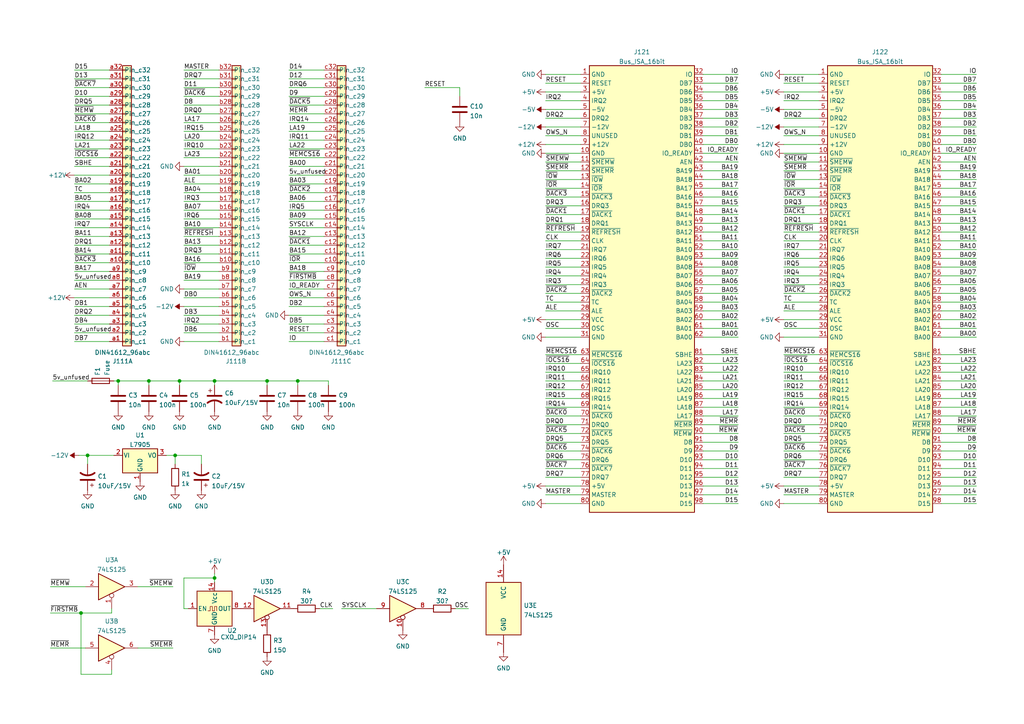
<source format=kicad_sch>
(kicad_sch (version 20211123) (generator eeschema)
  (paper "A4")
  (junction (at 25.4 132.08))
  (junction (at 52.07 110.49))
  (junction (at 62.23 167.64))
  (junction (at 50.8 132.08))
  (junction (at 77.47 110.49))
  (junction (at 34.29 110.49))
  (junction (at 86.36 110.49))
  (junction (at 23.495 177.8))
  (junction (at 62.23 110.49))
  (junction (at 43.18 110.49))
  (wire (pts (xy 53.34 53.34) (xy 63.5 53.34)))
  (wire (pts (xy 83.82 91.44) (xy 93.98 91.44)))
  (wire (pts (xy 83.82 25.4) (xy 93.98 25.4)))
  (wire (pts (xy 133.35 25.4) (xy 133.35 27.94)))
  (wire (pts (xy 273.05 29.21) (xy 283.21 29.21)))
  (wire (pts (xy 62.23 167.64) (xy 53.34 167.64)))
  (wire (pts (xy 53.34 99.06) (xy 63.5 99.06)))
  (wire (pts (xy 63.5 96.52) (xy 53.34 96.52)))
  (wire (pts (xy 158.242 87.63) (xy 168.402 87.63)))
  (wire (pts (xy 53.34 30.48) (xy 63.5 30.48)))
  (wire (pts (xy 93.98 45.72) (xy 83.82 45.72)))
  (wire (pts (xy 25.4 132.08) (xy 25.4 134.62)))
  (wire (pts (xy 158.242 110.49) (xy 168.402 110.49)))
  (wire (pts (xy 31.75 58.42) (xy 21.59 58.42)))
  (wire (pts (xy 93.98 99.06) (xy 83.82 99.06)))
  (wire (pts (xy 273.05 57.15) (xy 283.21 57.15)))
  (wire (pts (xy 21.59 68.58) (xy 31.75 68.58)))
  (wire (pts (xy 31.75 83.82) (xy 21.59 83.82)))
  (wire (pts (xy 273.05 26.67) (xy 283.21 26.67)))
  (wire (pts (xy 203.962 49.53) (xy 214.122 49.53)))
  (wire (pts (xy 227.33 95.25) (xy 237.49 95.25)))
  (wire (pts (xy 83.82 22.86) (xy 93.98 22.86)))
  (wire (pts (xy 158.242 143.51) (xy 168.402 143.51)))
  (wire (pts (xy 158.242 46.99) (xy 168.402 46.99)))
  (wire (pts (xy 203.962 29.21) (xy 214.122 29.21)))
  (wire (pts (xy 227.33 46.99) (xy 237.49 46.99)))
  (wire (pts (xy 83.82 73.66) (xy 93.98 73.66)))
  (wire (pts (xy 227.33 90.17) (xy 237.49 90.17)))
  (wire (pts (xy 62.23 110.49) (xy 77.47 110.49)))
  (wire (pts (xy 31.75 81.28) (xy 21.59 81.28)))
  (wire (pts (xy 53.34 38.1) (xy 63.5 38.1)))
  (wire (pts (xy 273.05 133.35) (xy 283.21 133.35)))
  (wire (pts (xy 203.962 24.13) (xy 214.122 24.13)))
  (wire (pts (xy 31.75 50.8) (xy 21.59 50.8)))
  (wire (pts (xy 227.33 140.97) (xy 237.49 140.97)))
  (wire (pts (xy 43.18 111.76) (xy 43.18 110.49)))
  (wire (pts (xy 158.242 29.21) (xy 168.402 29.21)))
  (wire (pts (xy 227.33 102.87) (xy 237.49 102.87)))
  (wire (pts (xy 227.33 105.41) (xy 237.49 105.41)))
  (wire (pts (xy 273.05 62.23) (xy 283.21 62.23)))
  (wire (pts (xy 203.962 138.43) (xy 214.122 138.43)))
  (wire (pts (xy 93.98 71.12) (xy 83.82 71.12)))
  (wire (pts (xy 203.962 21.59) (xy 214.122 21.59)))
  (wire (pts (xy 99.06 176.53) (xy 109.22 176.53)))
  (wire (pts (xy 22.86 132.08) (xy 25.4 132.08)))
  (wire (pts (xy 23.495 177.8) (xy 32.385 177.8)))
  (wire (pts (xy 273.05 74.93) (xy 283.21 74.93)))
  (wire (pts (xy 93.98 43.18) (xy 83.82 43.18)))
  (wire (pts (xy 53.34 167.64) (xy 53.34 176.53)))
  (wire (pts (xy 273.05 44.45) (xy 283.21 44.45)))
  (wire (pts (xy 43.18 110.49) (xy 34.29 110.49)))
  (wire (pts (xy 83.82 20.32) (xy 93.98 20.32)))
  (wire (pts (xy 203.962 115.57) (xy 214.122 115.57)))
  (wire (pts (xy 63.5 48.26) (xy 53.34 48.26)))
  (wire (pts (xy 158.242 52.07) (xy 168.402 52.07)))
  (wire (pts (xy 227.33 74.93) (xy 237.49 74.93)))
  (wire (pts (xy 227.33 26.67) (xy 237.49 26.67)))
  (wire (pts (xy 158.242 41.91) (xy 168.402 41.91)))
  (wire (pts (xy 273.05 69.85) (xy 283.21 69.85)))
  (wire (pts (xy 58.42 132.08) (xy 58.42 134.62)))
  (wire (pts (xy 158.242 49.53) (xy 168.402 49.53)))
  (wire (pts (xy 227.33 80.01) (xy 237.49 80.01)))
  (wire (pts (xy 50.165 187.96) (xy 40.005 187.96)))
  (wire (pts (xy 83.82 88.9) (xy 93.98 88.9)))
  (wire (pts (xy 158.242 92.71) (xy 168.402 92.71)))
  (wire (pts (xy 158.242 95.25) (xy 168.402 95.25)))
  (wire (pts (xy 227.33 44.45) (xy 237.49 44.45)))
  (wire (pts (xy 273.05 113.03) (xy 283.21 113.03)))
  (wire (pts (xy 93.98 66.04) (xy 83.82 66.04)))
  (wire (pts (xy 273.05 31.75) (xy 283.21 31.75)))
  (wire (pts (xy 158.242 107.95) (xy 168.402 107.95)))
  (wire (pts (xy 31.75 38.1) (xy 21.59 38.1)))
  (wire (pts (xy 273.05 59.69) (xy 283.21 59.69)))
  (wire (pts (xy 32.385 195.58) (xy 23.495 195.58)))
  (wire (pts (xy 34.29 110.49) (xy 34.29 111.76)))
  (wire (pts (xy 53.34 78.74) (xy 63.5 78.74)))
  (wire (pts (xy 93.98 48.26) (xy 83.82 48.26)))
  (wire (pts (xy 31.75 60.96) (xy 21.59 60.96)))
  (wire (pts (xy 227.33 123.19) (xy 237.49 123.19)))
  (wire (pts (xy 273.05 110.49) (xy 283.21 110.49)))
  (wire (pts (xy 203.962 125.73) (xy 214.122 125.73)))
  (wire (pts (xy 93.98 40.64) (xy 83.82 40.64)))
  (wire (pts (xy 227.33 146.05) (xy 237.49 146.05)))
  (wire (pts (xy 203.962 59.69) (xy 214.122 59.69)))
  (wire (pts (xy 203.962 62.23) (xy 214.122 62.23)))
  (wire (pts (xy 158.242 39.37) (xy 168.402 39.37)))
  (wire (pts (xy 227.33 87.63) (xy 237.49 87.63)))
  (wire (pts (xy 53.34 93.98) (xy 63.5 93.98)))
  (wire (pts (xy 95.25 111.76) (xy 95.25 110.49)))
  (wire (pts (xy 158.242 64.77) (xy 168.402 64.77)))
  (wire (pts (xy 273.05 36.83) (xy 283.21 36.83)))
  (wire (pts (xy 203.962 133.35) (xy 214.122 133.35)))
  (wire (pts (xy 227.33 69.85) (xy 237.49 69.85)))
  (wire (pts (xy 83.82 38.1) (xy 93.98 38.1)))
  (wire (pts (xy 203.962 41.91) (xy 214.122 41.91)))
  (wire (pts (xy 203.962 80.01) (xy 214.122 80.01)))
  (wire (pts (xy 203.962 46.99) (xy 214.122 46.99)))
  (wire (pts (xy 227.33 82.55) (xy 237.49 82.55)))
  (wire (pts (xy 31.75 27.94) (xy 21.59 27.94)))
  (wire (pts (xy 53.34 20.32) (xy 63.5 20.32)))
  (wire (pts (xy 203.962 85.09) (xy 214.122 85.09)))
  (wire (pts (xy 63.5 40.64) (xy 53.34 40.64)))
  (wire (pts (xy 227.33 34.29) (xy 237.49 34.29)))
  (wire (pts (xy 203.962 110.49) (xy 214.122 110.49)))
  (wire (pts (xy 227.33 115.57) (xy 237.49 115.57)))
  (wire (pts (xy 227.33 57.15) (xy 237.49 57.15)))
  (wire (pts (xy 273.05 115.57) (xy 283.21 115.57)))
  (wire (pts (xy 53.34 176.53) (xy 54.61 176.53)))
  (wire (pts (xy 132.08 176.53) (xy 135.89 176.53)))
  (wire (pts (xy 227.33 92.71) (xy 237.49 92.71)))
  (wire (pts (xy 273.05 39.37) (xy 283.21 39.37)))
  (wire (pts (xy 32.385 194.31) (xy 32.385 195.58)))
  (wire (pts (xy 273.05 123.19) (xy 283.21 123.19)))
  (wire (pts (xy 203.962 107.95) (xy 214.122 107.95)))
  (wire (pts (xy 273.05 34.29) (xy 283.21 34.29)))
  (wire (pts (xy 273.05 140.97) (xy 283.21 140.97)))
  (wire (pts (xy 158.242 105.41) (xy 168.402 105.41)))
  (wire (pts (xy 273.05 97.79) (xy 283.21 97.79)))
  (wire (pts (xy 273.05 138.43) (xy 283.21 138.43)))
  (wire (pts (xy 273.05 95.25) (xy 283.21 95.25)))
  (wire (pts (xy 273.05 64.77) (xy 283.21 64.77)))
  (wire (pts (xy 203.962 69.85) (xy 214.122 69.85)))
  (wire (pts (xy 158.242 133.35) (xy 168.402 133.35)))
  (wire (pts (xy 273.05 82.55) (xy 283.21 82.55)))
  (wire (pts (xy 15.24 110.49) (xy 25.4 110.49)))
  (wire (pts (xy 31.75 53.34) (xy 21.59 53.34)))
  (wire (pts (xy 31.75 48.26) (xy 21.59 48.26)))
  (wire (pts (xy 273.05 90.17) (xy 283.21 90.17)))
  (wire (pts (xy 83.82 53.34) (xy 93.98 53.34)))
  (wire (pts (xy 63.5 33.02) (xy 53.34 33.02)))
  (wire (pts (xy 158.242 146.05) (xy 168.402 146.05)))
  (wire (pts (xy 53.34 73.66) (xy 63.5 73.66)))
  (wire (pts (xy 203.962 135.89) (xy 214.122 135.89)))
  (wire (pts (xy 158.242 123.19) (xy 168.402 123.19)))
  (wire (pts (xy 273.05 52.07) (xy 283.21 52.07)))
  (wire (pts (xy 158.242 36.83) (xy 168.402 36.83)))
  (wire (pts (xy 273.05 46.99) (xy 283.21 46.99)))
  (wire (pts (xy 53.34 86.36) (xy 63.5 86.36)))
  (wire (pts (xy 77.47 111.76) (xy 77.47 110.49)))
  (wire (pts (xy 158.242 85.09) (xy 168.402 85.09)))
  (wire (pts (xy 63.5 45.72) (xy 53.34 45.72)))
  (wire (pts (xy 273.05 143.51) (xy 283.21 143.51)))
  (wire (pts (xy 203.962 54.61) (xy 214.122 54.61)))
  (wire (pts (xy 93.98 96.52) (xy 83.82 96.52)))
  (wire (pts (xy 203.962 140.97) (xy 214.122 140.97)))
  (wire (pts (xy 31.75 30.48) (xy 21.59 30.48)))
  (wire (pts (xy 83.82 35.56) (xy 93.98 35.56)))
  (wire (pts (xy 158.242 57.15) (xy 168.402 57.15)))
  (wire (pts (xy 21.59 71.12) (xy 31.75 71.12)))
  (wire (pts (xy 203.962 52.07) (xy 214.122 52.07)))
  (wire (pts (xy 92.71 176.53) (xy 96.52 176.53)))
  (wire (pts (xy 203.962 64.77) (xy 214.122 64.77)))
  (wire (pts (xy 203.962 97.79) (xy 214.122 97.79)))
  (wire (pts (xy 227.33 135.89) (xy 237.49 135.89)))
  (wire (pts (xy 203.962 39.37) (xy 214.122 39.37)))
  (wire (pts (xy 273.05 41.91) (xy 283.21 41.91)))
  (wire (pts (xy 158.242 24.13) (xy 168.402 24.13)))
  (wire (pts (xy 158.242 138.43) (xy 168.402 138.43)))
  (wire (pts (xy 158.242 72.39) (xy 168.402 72.39)))
  (wire (pts (xy 273.05 125.73) (xy 283.21 125.73)))
  (wire (pts (xy 21.59 91.44) (xy 31.75 91.44)))
  (wire (pts (xy 203.962 105.41) (xy 214.122 105.41)))
  (wire (pts (xy 50.8 132.08) (xy 50.8 134.62)))
  (wire (pts (xy 83.82 30.48) (xy 93.98 30.48)))
  (wire (pts (xy 227.33 130.81) (xy 237.49 130.81)))
  (wire (pts (xy 21.59 45.72) (xy 31.75 45.72)))
  (wire (pts (xy 203.962 120.65) (xy 214.122 120.65)))
  (wire (pts (xy 158.242 69.85) (xy 168.402 69.85)))
  (wire (pts (xy 273.05 92.71) (xy 283.21 92.71)))
  (wire (pts (xy 63.5 63.5) (xy 53.34 63.5)))
  (wire (pts (xy 50.165 170.18) (xy 40.005 170.18)))
  (wire (pts (xy 273.05 24.13) (xy 283.21 24.13)))
  (wire (pts (xy 21.59 73.66) (xy 31.75 73.66)))
  (wire (pts (xy 62.23 167.64) (xy 62.23 168.91)))
  (wire (pts (xy 21.59 93.98) (xy 31.75 93.98)))
  (wire (pts (xy 53.34 25.4) (xy 63.5 25.4)))
  (wire (pts (xy 203.962 143.51) (xy 214.122 143.51)))
  (wire (pts (xy 158.242 59.69) (xy 168.402 59.69)))
  (wire (pts (xy 158.242 82.55) (xy 168.402 82.55)))
  (wire (pts (xy 227.33 39.37) (xy 237.49 39.37)))
  (wire (pts (xy 273.05 54.61) (xy 283.21 54.61)))
  (wire (pts (xy 63.5 83.82) (xy 53.34 83.82)))
  (wire (pts (xy 158.242 80.01) (xy 168.402 80.01)))
  (wire (pts (xy 31.75 35.56) (xy 21.59 35.56)))
  (wire (pts (xy 31.75 66.04) (xy 21.59 66.04)))
  (wire (pts (xy 227.33 110.49) (xy 237.49 110.49)))
  (wire (pts (xy 31.75 55.88) (xy 21.59 55.88)))
  (wire (pts (xy 63.5 58.42) (xy 53.34 58.42)))
  (wire (pts (xy 158.242 97.79) (xy 168.402 97.79)))
  (wire (pts (xy 158.242 54.61) (xy 168.402 54.61)))
  (wire (pts (xy 21.59 86.36) (xy 31.75 86.36)))
  (wire (pts (xy 158.242 128.27) (xy 168.402 128.27)))
  (wire (pts (xy 227.33 64.77) (xy 237.49 64.77)))
  (wire (pts (xy 25.4 132.08) (xy 33.02 132.08)))
  (wire (pts (xy 273.05 135.89) (xy 283.21 135.89)))
  (wire (pts (xy 203.962 77.47) (xy 214.122 77.47)))
  (wire (pts (xy 14.605 170.18) (xy 24.765 170.18)))
  (wire (pts (xy 227.33 72.39) (xy 237.49 72.39)))
  (wire (pts (xy 203.962 36.83) (xy 214.122 36.83)))
  (wire (pts (xy 158.242 125.73) (xy 168.402 125.73)))
  (wire (pts (xy 227.33 113.03) (xy 237.49 113.03)))
  (wire (pts (xy 273.05 21.59) (xy 283.21 21.59)))
  (wire (pts (xy 203.962 102.87) (xy 214.122 102.87)))
  (wire (pts (xy 158.242 130.81) (xy 168.402 130.81)))
  (wire (pts (xy 63.5 43.18) (xy 53.34 43.18)))
  (wire (pts (xy 83.82 78.74) (xy 93.98 78.74)))
  (wire (pts (xy 21.59 76.2) (xy 31.75 76.2)))
  (wire (pts (xy 203.962 26.67) (xy 214.122 26.67)))
  (wire (pts (xy 62.23 111.76) (xy 62.23 110.49)))
  (wire (pts (xy 93.98 63.5) (xy 83.82 63.5)))
  (wire (pts (xy 227.33 120.65) (xy 237.49 120.65)))
  (wire (pts (xy 83.82 27.94) (xy 93.98 27.94)))
  (wire (pts (xy 31.75 78.74) (xy 21.59 78.74)))
  (wire (pts (xy 227.33 97.79) (xy 237.49 97.79)))
  (wire (pts (xy 158.242 34.29) (xy 168.402 34.29)))
  (wire (pts (xy 53.34 35.56) (xy 63.5 35.56)))
  (wire (pts (xy 158.242 120.65) (xy 168.402 120.65)))
  (wire (pts (xy 32.385 176.53) (xy 32.385 177.8)))
  (wire (pts (xy 227.33 107.95) (xy 237.49 107.95)))
  (wire (pts (xy 273.05 107.95) (xy 283.21 107.95)))
  (wire (pts (xy 273.05 120.65) (xy 283.21 120.65)))
  (wire (pts (xy 227.33 29.21) (xy 237.49 29.21)))
  (wire (pts (xy 273.05 77.47) (xy 283.21 77.47)))
  (wire (pts (xy 53.34 81.28) (xy 63.5 81.28)))
  (wire (pts (xy 31.75 63.5) (xy 21.59 63.5)))
  (wire (pts (xy 21.59 96.52) (xy 31.75 96.52)))
  (wire (pts (xy 227.33 125.73) (xy 237.49 125.73)))
  (wire (pts (xy 227.33 49.53) (xy 237.49 49.53)))
  (wire (pts (xy 62.23 166.37) (xy 62.23 167.64)))
  (wire (pts (xy 53.34 60.96) (xy 63.5 60.96)))
  (wire (pts (xy 273.05 85.09) (xy 283.21 85.09)))
  (wire (pts (xy 273.05 118.11) (xy 283.21 118.11)))
  (wire (pts (xy 158.242 62.23) (xy 168.402 62.23)))
  (wire (pts (xy 52.07 110.49) (xy 43.18 110.49)))
  (wire (pts (xy 53.34 68.58) (xy 63.5 68.58)))
  (wire (pts (xy 31.75 22.86) (xy 21.59 22.86)))
  (wire (pts (xy 203.962 113.03) (xy 214.122 113.03)))
  (wire (pts (xy 53.34 27.94) (xy 63.5 27.94)))
  (wire (pts (xy 158.242 74.93) (xy 168.402 74.93)))
  (wire (pts (xy 203.962 44.45) (xy 214.122 44.45)))
  (wire (pts (xy 158.242 67.31) (xy 168.402 67.31)))
  (wire (pts (xy 273.05 72.39) (xy 283.21 72.39)))
  (wire (pts (xy 83.82 86.36) (xy 93.98 86.36)))
  (wire (pts (xy 31.75 33.02) (xy 21.59 33.02)))
  (wire (pts (xy 52.07 111.76) (xy 52.07 110.49)))
  (wire (pts (xy 23.495 177.8) (xy 23.495 195.58)))
  (wire (pts (xy 158.242 115.57) (xy 168.402 115.57)))
  (wire (pts (xy 273.05 146.05) (xy 283.21 146.05)))
  (wire (pts (xy 62.23 110.49) (xy 52.07 110.49)))
  (wire (pts (xy 83.82 55.88) (xy 93.98 55.88)))
  (wire (pts (xy 31.75 25.4) (xy 21.59 25.4)))
  (wire (pts (xy 158.242 113.03) (xy 168.402 113.03)))
  (wire (pts (xy 14.605 187.96) (xy 24.765 187.96)))
  (wire (pts (xy 48.26 132.08) (xy 50.8 132.08)))
  (wire (pts (xy 158.242 135.89) (xy 168.402 135.89)))
  (wire (pts (xy 53.34 50.8) (xy 63.5 50.8)))
  (wire (pts (xy 63.5 71.12) (xy 53.34 71.12)))
  (wire (pts (xy 83.82 50.8) (xy 93.98 50.8)))
  (wire (pts (xy 158.242 26.67) (xy 168.402 26.67)))
  (wire (pts (xy 63.5 76.2) (xy 53.34 76.2)))
  (wire (pts (xy 31.75 43.18) (xy 21.59 43.18)))
  (wire (pts (xy 83.82 60.96) (xy 93.98 60.96)))
  (wire (pts (xy 93.98 76.2) (xy 83.82 76.2)))
  (wire (pts (xy 203.962 57.15) (xy 214.122 57.15)))
  (wire (pts (xy 31.75 40.64) (xy 21.59 40.64)))
  (wire (pts (xy 227.33 54.61) (xy 237.49 54.61)))
  (wire (pts (xy 86.36 110.49) (xy 77.47 110.49)))
  (wire (pts (xy 158.242 44.45) (xy 168.402 44.45)))
  (wire (pts (xy 83.82 81.28) (xy 93.98 81.28)))
  (wire (pts (xy 31.75 99.06) (xy 21.59 99.06)))
  (wire (pts (xy 203.962 67.31) (xy 214.122 67.31)))
  (wire (pts (xy 227.33 67.31) (xy 237.49 67.31)))
  (wire (pts (xy 227.33 24.13) (xy 237.49 24.13)))
  (wire (pts (xy 203.962 146.05) (xy 214.122 146.05)))
  (wire (pts (xy 123.19 25.4) (xy 133.35 25.4)))
  (wire (pts (xy 83.82 68.58) (xy 93.98 68.58)))
  (wire (pts (xy 53.34 55.88) (xy 63.5 55.88)))
  (wire (pts (xy 273.05 87.63) (xy 283.21 87.63)))
  (wire (pts (xy 227.33 85.09) (xy 237.49 85.09)))
  (wire (pts (xy 83.82 93.98) (xy 93.98 93.98)))
  (wire (pts (xy 227.33 128.27) (xy 237.49 128.27)))
  (wire (pts (xy 203.962 90.17) (xy 214.122 90.17)))
  (wire (pts (xy 158.242 31.75) (xy 168.402 31.75)))
  (wire (pts (xy 203.962 128.27) (xy 214.122 128.27)))
  (wire (pts (xy 31.75 88.9) (xy 21.59 88.9)))
  (wire (pts (xy 273.05 130.81) (xy 283.21 130.81)))
  (wire (pts (xy 203.962 34.29) (xy 214.122 34.29)))
  (wire (pts (xy 227.33 41.91) (xy 237.49 41.91)))
  (wire (pts (xy 227.33 118.11) (xy 237.49 118.11)))
  (wire (pts (xy 203.962 87.63) (xy 214.122 87.63)))
  (wire (pts (xy 63.5 66.04) (xy 53.34 66.04)))
  (wire (pts (xy 158.242 90.17) (xy 168.402 90.17)))
  (wire (pts (xy 33.02 110.49) (xy 34.29 110.49)))
  (wire (pts (xy 227.33 36.83) (xy 237.49 36.83)))
  (wire (pts (xy 203.962 82.55) (xy 214.122 82.55)))
  (wire (pts (xy 53.34 91.44) (xy 63.5 91.44)))
  (wire (pts (xy 273.05 80.01) (xy 283.21 80.01)))
  (wire (pts (xy 273.05 49.53) (xy 283.21 49.53)))
  (wire (pts (xy 203.962 130.81) (xy 214.122 130.81)))
  (wire (pts (xy 227.33 62.23) (xy 237.49 62.23)))
  (wire (pts (xy 93.98 58.42) (xy 83.82 58.42)))
  (wire (pts (xy 227.33 52.07) (xy 237.49 52.07)))
  (wire (pts (xy 227.33 138.43) (xy 237.49 138.43)))
  (wire (pts (xy 273.05 102.87) (xy 283.21 102.87)))
  (wire (pts (xy 227.33 59.69) (xy 237.49 59.69)))
  (wire (pts (xy 203.962 92.71) (xy 214.122 92.71)))
  (wire (pts (xy 158.242 102.87) (xy 168.402 102.87)))
  (wire (pts (xy 53.34 22.86) (xy 63.5 22.86)))
  (wire (pts (xy 158.242 21.59) (xy 168.402 21.59)))
  (wire (pts (xy 273.05 105.41) (xy 283.21 105.41)))
  (wire (pts (xy 227.33 133.35) (xy 237.49 133.35)))
  (wire (pts (xy 86.36 111.76) (xy 86.36 110.49)))
  (wire (pts (xy 158.242 140.97) (xy 168.402 140.97)))
  (wire (pts (xy 53.34 88.9) (xy 63.5 88.9)))
  (wire (pts (xy 93.98 33.02) (xy 83.82 33.02)))
  (wire (pts (xy 227.33 143.51) (xy 237.49 143.51)))
  (wire (pts (xy 203.962 74.93) (xy 214.122 74.93)))
  (wire (pts (xy 203.962 31.75) (xy 214.122 31.75)))
  (wire (pts (xy 227.33 31.75) (xy 237.49 31.75)))
  (wire (pts (xy 227.33 77.47) (xy 237.49 77.47)))
  (wire (pts (xy 158.242 77.47) (xy 168.402 77.47)))
  (wire (pts (xy 14.605 177.8) (xy 23.495 177.8)))
  (wire (pts (xy 203.962 118.11) (xy 214.122 118.11)))
  (wire (pts (xy 31.75 20.32) (xy 21.59 20.32)))
  (wire (pts (xy 95.25 110.49) (xy 86.36 110.49)))
  (wire (pts (xy 273.05 67.31) (xy 283.21 67.31)))
  (wire (pts (xy 203.962 95.25) (xy 214.122 95.25)))
  (wire (pts (xy 273.05 128.27) (xy 283.21 128.27)))
  (wire (pts (xy 203.962 123.19) (xy 214.122 123.19)))
  (wire (pts (xy 50.8 132.08) (xy 58.42 132.08)))
  (wire (pts (xy 227.33 21.59) (xy 237.49 21.59)))
  (wire (pts (xy 158.242 118.11) (xy 168.402 118.11)))
  (wire (pts (xy 203.962 72.39) (xy 214.122 72.39)))
  (wire (pts (xy 93.98 83.82) (xy 83.82 83.82)))
  (label "BA04" (at 214.122 87.63 180))
  (label "RESET" (at 158.242 24.13 0))
  (label "BA00" (at 83.82 48.26 0))
  (label "DB4" (at 21.59 93.98 0))
  (label "D14" (at 214.122 143.51 180))
  (label "~{SMEMR}" (at 227.33 49.53 0))
  (label "~{MEMR}" (at 14.605 187.96 0))
  (label "BA06" (at 214.122 82.55 180))
  (label "DRQ6" (at 158.242 133.35 0))
  (label "IRQ5" (at 158.242 77.47 0))
  (label "D12" (at 214.122 138.43 180))
  (label "BA18" (at 83.82 78.74 0))
  (label "IRQ7" (at 21.59 66.04 0))
  (label "IRQ11" (at 227.33 110.49 0))
  (label "DRQ7" (at 227.33 138.43 0))
  (label "ALE" (at 227.33 90.17 0))
  (label "~{FIRSTMB}" (at 83.82 81.28 0))
  (label "BA13" (at 53.34 71.12 0))
  (label "DRQ0" (at 53.34 33.02 0))
  (label "BA05" (at 214.122 85.09 180))
  (label "LA23" (at 214.122 105.41 180))
  (label "IRQ7" (at 158.242 72.39 0))
  (label "LA21" (at 21.59 43.18 0))
  (label "BA11" (at 214.122 69.85 180))
  (label "BA10" (at 53.34 66.04 0))
  (label "OWS_N" (at 227.33 39.37 0))
  (label "~{DACK2}" (at 158.242 85.09 0))
  (label "DRQ2" (at 227.33 34.29 0))
  (label "~{SMEMW}" (at 50.165 170.18 180))
  (label "D14" (at 283.21 143.51 180))
  (label "BA04" (at 283.21 87.63 180))
  (label "BA12" (at 214.122 67.31 180))
  (label "~{DACK7}" (at 21.59 25.4 0))
  (label "IRQ6" (at 53.34 63.5 0))
  (label "DB0" (at 283.21 41.91 180))
  (label "BA15" (at 283.21 59.69 180))
  (label "5v_unfused" (at 15.24 110.49 0))
  (label "DRQ0" (at 227.33 123.19 0))
  (label "BA06" (at 283.21 82.55 180))
  (label "~{MEMW}" (at 214.122 125.73 180))
  (label "BA04" (at 53.34 55.88 0))
  (label "BA17" (at 21.59 78.74 0))
  (label "DB7" (at 283.21 24.13 180))
  (label "LA18" (at 21.59 38.1 0))
  (label "IO" (at 83.82 99.06 0))
  (label "D13" (at 21.59 22.86 0))
  (label "AEN" (at 214.122 46.99 180))
  (label "BA09" (at 214.122 74.93 180))
  (label "IRQ12" (at 158.242 113.03 0))
  (label "DRQ1" (at 158.242 64.77 0))
  (label "IRQ7" (at 227.33 72.39 0))
  (label "DB3" (at 283.21 34.29 180))
  (label "DRQ5" (at 227.33 128.27 0))
  (label "IRQ2" (at 158.242 29.21 0))
  (label "IRQ4" (at 227.33 80.01 0))
  (label "SYSCLK" (at 83.82 66.04 0))
  (label "D9" (at 283.21 130.81 180))
  (label "DRQ5" (at 158.242 128.27 0))
  (label "DB6" (at 214.122 26.67 180))
  (label "OSC" (at 158.242 95.25 0))
  (label "DRQ1" (at 227.33 64.77 0))
  (label "D12" (at 283.21 138.43 180))
  (label "SBHE" (at 283.21 102.87 180))
  (label "BA01" (at 214.122 95.25 180))
  (label "~{DACK7}" (at 227.33 135.89 0))
  (label "DB7" (at 214.122 24.13 180))
  (label "BA05" (at 21.59 58.42 0))
  (label "~{DACK5}" (at 83.82 30.48 0))
  (label "TC" (at 227.33 87.63 0))
  (label "BA09" (at 83.82 63.5 0))
  (label "D9" (at 214.122 130.81 180))
  (label "~{DACK0}" (at 21.59 35.56 0))
  (label "IRQ15" (at 158.242 115.57 0))
  (label "~{DACK2}" (at 227.33 85.09 0))
  (label "IRQ4" (at 158.242 80.01 0))
  (label "~{SMEMW}" (at 158.242 46.99 0))
  (label "IRQ11" (at 83.82 40.64 0))
  (label "DRQ6" (at 83.82 25.4 0))
  (label "D15" (at 214.122 146.05 180))
  (label "~{MEMW}" (at 283.21 125.73 180))
  (label "~{DACK3}" (at 227.33 57.15 0))
  (label "RESET" (at 83.82 96.52 0))
  (label "AEN" (at 21.59 83.82 0))
  (label "IRQ14" (at 83.82 35.56 0))
  (label "DRQ1" (at 21.59 71.12 0))
  (label "~{MEMW}" (at 21.59 33.02 0))
  (label "DB1" (at 21.59 88.9 0))
  (label "~{IOCS16}" (at 21.59 45.72 0))
  (label "IRQ11" (at 158.242 110.49 0))
  (label "D8" (at 53.34 30.48 0))
  (label "CLK" (at 158.242 69.85 0))
  (label "OSC" (at 227.33 95.25 0))
  (label "BA14" (at 283.21 62.23 180))
  (label "DB4" (at 214.122 31.75 180))
  (label "DB5" (at 283.21 29.21 180))
  (label "D14" (at 83.82 20.32 0))
  (label "BA07" (at 214.122 80.01 180))
  (label "~{IOW}" (at 53.34 78.74 0))
  (label "BA07" (at 283.21 80.01 180))
  (label "CLK" (at 227.33 69.85 0))
  (label "~{DACK6}" (at 158.242 130.81 0))
  (label "DRQ7" (at 158.242 138.43 0))
  (label "~{IOR}" (at 83.82 76.2 0))
  (label "~{DACK1}" (at 83.82 71.12 0))
  (label "MASTER" (at 158.242 143.51 0))
  (label "DRQ2" (at 21.59 91.44 0))
  (label "D13" (at 283.21 140.97 180))
  (label "IRQ6" (at 227.33 74.93 0))
  (label "OWS_N" (at 158.242 39.37 0))
  (label "D10" (at 283.21 133.35 180))
  (label "~{MEMR}" (at 214.122 123.19 180))
  (label "D11" (at 283.21 135.89 180))
  (label "DRQ7" (at 53.34 22.86 0))
  (label "IRQ15" (at 53.34 38.1 0))
  (label "BA12" (at 83.82 68.58 0))
  (label "BA15" (at 83.82 73.66 0))
  (label "IRQ10" (at 227.33 107.95 0))
  (label "D10" (at 214.122 133.35 180))
  (label "BA16" (at 214.122 57.15 180))
  (label "LA22" (at 214.122 107.95 180))
  (label "DB3" (at 53.34 91.44 0))
  (label "DB7" (at 21.59 99.06 0))
  (label "~{SMEMR}" (at 50.165 187.96 180))
  (label "LA19" (at 283.21 115.57 180))
  (label "IRQ3" (at 227.33 82.55 0))
  (label "~{MEMCS16}" (at 227.33 102.87 0))
  (label "ALE" (at 53.34 53.34 0))
  (label "BA09" (at 283.21 74.93 180))
  (label "BA12" (at 283.21 67.31 180))
  (label "BA16" (at 53.34 76.2 0))
  (label "DB5" (at 214.122 29.21 180))
  (label "~{MEMR}" (at 283.21 123.19 180))
  (label "DRQ2" (at 158.242 34.29 0))
  (label "IRQ2" (at 227.33 29.21 0))
  (label "DB6" (at 53.34 96.52 0))
  (label "~{IOR}" (at 227.33 54.61 0))
  (label "IRQ14" (at 227.33 118.11 0))
  (label "IO" (at 283.21 21.59 180))
  (label "BA08" (at 283.21 77.47 180))
  (label "~{DACK6}" (at 227.33 130.81 0))
  (label "~{DACK2}" (at 83.82 55.88 0))
  (label "~{DACK0}" (at 227.33 120.65 0))
  (label "DB2" (at 83.82 88.9 0))
  (label "BA18" (at 283.21 52.07 180))
  (label "DB2" (at 283.21 36.83 180))
  (label "D15" (at 21.59 20.32 0))
  (label "BA06" (at 83.82 58.42 0))
  (label "DRQ3" (at 158.242 59.69 0))
  (label "IO_READY" (at 283.21 44.45 180))
  (label "BA17" (at 214.122 54.61 180))
  (label "~{DACK5}" (at 158.242 125.73 0))
  (label "LA20" (at 53.34 40.64 0))
  (label "BA15" (at 214.122 59.69 180))
  (label "LA17" (at 53.34 35.56 0))
  (label "LA21" (at 214.122 110.49 180))
  (label "TC" (at 158.242 87.63 0))
  (label "DRQ5" (at 21.59 30.48 0))
  (label "IRQ4" (at 21.59 60.96 0))
  (label "OSC" (at 135.89 176.53 180))
  (label "~{IOCS16}" (at 158.242 105.41 0))
  (label "CLK" (at 96.52 176.53 180))
  (label "BA19" (at 53.34 81.28 0))
  (label "IRQ5" (at 83.82 60.96 0))
  (label "LA19" (at 214.122 115.57 180))
  (label "DRQ3" (at 53.34 73.66 0))
  (label "BA07" (at 53.34 60.96 0))
  (label "BA03" (at 283.21 90.17 180))
  (label "D13" (at 214.122 140.97 180))
  (label "DB1" (at 214.122 39.37 180))
  (label "~{DACK1}" (at 158.242 62.23 0))
  (label "OWS_N" (at 83.82 86.36 0))
  (label "BA03" (at 214.122 90.17 180))
  (label "TC" (at 21.59 55.88 0))
  (label "~{DACK6}" (at 53.34 27.94 0))
  (label "DRQ6" (at 227.33 133.35 0))
  (label "AEN" (at 283.21 46.99 180))
  (label "LA20" (at 283.21 113.03 180))
  (label "LA18" (at 214.122 118.11 180))
  (label "SBHE" (at 21.59 48.26 0))
  (label "MASTER" (at 53.34 20.32 0))
  (label "IRQ3" (at 53.34 58.42 0))
  (label "~{DACK0}" (at 158.242 120.65 0))
  (label "LA20" (at 214.122 113.03 180))
  (label "~{FIRSTMB}" (at 14.605 177.8 0))
  (label "~{SMEMW}" (at 227.33 46.99 0))
  (label "D11" (at 214.122 135.89 180))
  (label "RESET" (at 227.33 24.13 0))
  (label "D15" (at 283.21 146.05 180))
  (label "~{REFRESH}" (at 158.242 67.31 0))
  (label "IRQ14" (at 158.242 118.11 0))
  (label "IRQ6" (at 158.242 74.93 0))
  (label "D9" (at 83.82 27.94 0))
  (label "DRQ3" (at 227.33 59.69 0))
  (label "~{MEMR}" (at 83.82 33.02 0))
  (label "D12" (at 83.82 22.86 0))
  (label "~{DACK1}" (at 227.33 62.23 0))
  (label "DB5" (at 83.82 93.98 0))
  (label "IO" (at 214.122 21.59 180))
  (label "IO_READY" (at 83.82 83.82 0))
  (label "IRQ12" (at 227.33 113.03 0))
  (label "~{DACK3}" (at 158.242 57.15 0))
  (label "BA13" (at 214.122 64.77 180))
  (label "ALE" (at 158.242 90.17 0))
  (label "IO_READY" (at 214.122 44.45 180))
  (label "LA17" (at 214.122 120.65 180))
  (label "~{MEMW}" (at 14.605 170.18 0))
  (label "~{REFRESH}" (at 53.34 68.58 0))
  (label "IRQ15" (at 227.33 115.57 0))
  (label "BA19" (at 214.122 49.53 180))
  (label "BA01" (at 53.34 50.8 0))
  (label "BA17" (at 283.21 54.61 180))
  (label "BA08" (at 214.122 77.47 180))
  (label "BA11" (at 283.21 69.85 180))
  (label "BA10" (at 283.21 72.39 180))
  (label "~{REFRESH}" (at 227.33 67.31 0))
  (label "DB3" (at 214.122 34.29 180))
  (label "IRQ5" (at 227.33 77.47 0))
  (label "5v_unfused" (at 83.82 50.8 0))
  (label "IRQ10" (at 53.34 43.18 0))
  (label "BA10" (at 214.122 72.39 180))
  (label "LA23" (at 283.21 105.41 180))
  (label "~{MEMCS16}" (at 158.242 102.87 0))
  (label "DB4" (at 283.21 31.75 180))
  (label "D11" (at 53.34 25.4 0))
  (label "BA14" (at 214.122 62.23 180))
  (label "DB0" (at 53.34 86.36 0))
  (label "SYSCLK" (at 99.06 176.53 0))
  (label "~{MEMCS16}" (at 83.82 45.72 0))
  (label "SBHE" (at 214.122 102.87 180))
  (label "D10" (at 21.59 27.94 0))
  (label "D8" (at 214.122 128.27 180))
  (label "LA17" (at 283.21 120.65 180))
  (label "~{IOCS16}" (at 227.33 105.41 0))
  (label "~{IOW}" (at 158.242 52.07 0))
  (label "D8" (at 283.21 128.27 180))
  (label "BA19" (at 283.21 49.53 180))
  (label "~{DACK5}" (at 227.33 125.73 0))
  (label "BA05" (at 283.21 85.09 180))
  (label "~{IOR}" (at 158.242 54.61 0))
  (label "BA00" (at 283.21 97.79 180))
  (label "IRQ2" (at 53.34 93.98 0))
  (label "DRQ0" (at 158.242 123.19 0))
  (label "~{DACK3}" (at 21.59 76.2 0))
  (label "DB0" (at 214.122 41.91 180))
  (label "LA22" (at 283.21 107.95 180))
  (label "IRQ12" (at 21.59 40.64 0))
  (label "BA11" (at 21.59 68.58 0))
  (label "DB1" (at 283.21 39.37 180))
  (label "5v_unfused" (at 21.59 96.52 0))
  (label "BA18" (at 214.122 52.07 180))
  (label "BA02" (at 21.59 53.34 0))
  (label "BA02" (at 214.122 92.71 180))
  (label "LA18" (at 283.21 118.11 180))
  (label "LA22" (at 83.82 43.18 0))
  (label "BA08" (at 21.59 63.5 0))
  (label "~{IOW}" (at 227.33 52.07 0))
  (label "BA13" (at 283.21 64.77 180))
  (label "BA14" (at 21.59 73.66 0))
  (label "BA01" (at 283.21 95.25 180))
  (label "MASTER" (at 227.33 143.51 0))
  (label "IRQ3" (at 158.242 82.55 0))
  (label "5v_unfused" (at 21.59 81.28 0))
  (label "DB6" (at 283.21 26.67 180))
  (label "BA02" (at 283.21 92.71 180))
  (label "LA23" (at 53.34 45.72 0))
  (label "DB2" (at 214.122 36.83 180))
  (label "~{DACK7}" (at 158.242 135.89 0))
  (label "BA16" (at 283.21 57.15 180))
  (label "LA21" (at 283.21 110.49 180))
  (label "BA00" (at 214.122 97.79 180))
  (label "BA03" (at 83.82 53.34 0))
  (label "IRQ10" (at 158.242 107.95 0))
  (label "RESET" (at 123.19 25.4 0))
  (label "LA19" (at 83.82 38.1 0))
  (label "~{SMEMR}" (at 158.242 49.53 0))
  (symbol (lib_id "power:+5V") (at 158.242 140.97 90) (unit 1)
    (property "Reference" "#PWR0114" (effects hide))
    (property "Value" "+5V" (at 151.257 140.97 90) (effects (justify right)))
  )
  (symbol (lib_id "RaysLibs:DIN41612_96abc") (at 99.06 102.87 0) (mirror x) (unit 3)
    (property "Reference" "J111" (at 95.885 104.775 0) (effects (justify left)))
    (property "Value" "DIN41612_96abc" (at 89.535 102.235 0) (effects (justify left)))
    (property "Footprint" "Connector_DIN:DIN41612_R_3x32_Male_Horizontal_THT" (effects hide))
    (property "PartNumber" "09732967801" (effects hide))
  )
  (symbol (lib_id "power:GND") (at 50.8 142.24 0) (unit 1)
    (property "Reference" "#PWR0146" (effects hide))
    (property "Value" "GND" (at 50.8 146.8025 0))
  )
  (symbol (lib_id "power:GND") (at 227.33 44.45 270) (unit 1)
    (property "Reference" "#PWR0106" (effects hide))
    (property "Value" "GND" (at 220.345 44.45 90) (effects (justify left)))
  )
  (symbol (lib_id "power:GND") (at 62.23 184.15 0) (unit 1)
    (property "Reference" "#PWR0129" (effects hide))
    (property "Value" "GND" (at 62.23 188.7125 0))
  )
  (symbol (lib_id "power:GND") (at 83.82 91.44 270) (unit 1)
    (property "Reference" "#PWR0137" (effects hide))
    (property "Value" "GND" (at 76.835 91.44 90) (effects (justify left)))
  )
  (symbol (lib_id "74xx:74LS125") (at 32.385 170.18 0) (unit 1)
    (property "Reference" "U3" (at 32.385 162.4035 0))
    (property "Value" "74LS125" (at 32.385 165.1786 0))
    (property "Footprint" "Package_DIP:DIP-14_W7.62mm_Socket" (effects hide))
    (property "Datasheet" "http://www.ti.com/lit/gpn/sn74LS125" (effects hide))
  )
  (symbol (lib_id "power:-5V") (at 158.242 31.75 90) (unit 1)
    (property "Reference" "#PWR0118" (effects hide))
    (property "Value" "-5V" (at 151.257 31.75 90) (effects (justify right)))
  )
  (symbol (lib_id "power:+5V") (at 227.33 26.67 90) (unit 1)
    (property "Reference" "#PWR0110" (effects hide))
    (property "Value" "+5V" (at 220.345 26.67 90) (effects (justify right)))
  )
  (symbol (lib_id "power:+12V") (at 158.242 41.91 90) (unit 1)
    (property "Reference" "#PWR0119" (effects hide))
    (property "Value" "+12V" (at 149.987 41.91 90) (effects (justify right)))
  )
  (symbol (lib_id "power:+5V") (at 227.33 140.97 90) (unit 1)
    (property "Reference" "#PWR0125" (effects hide))
    (property "Value" "+5V" (at 220.345 140.97 90) (effects (justify right)))
  )
  (symbol (lib_id "power:GND") (at 53.34 99.06 270) (unit 1)
    (property "Reference" "#PWR0141" (effects hide))
    (property "Value" "GND" (at 46.355 99.06 90) (effects (justify left)))
  )
  (symbol (lib_id "74xx:74LS125") (at 116.84 176.53 0) (unit 3)
    (property "Reference" "U3" (at 116.84 168.7535 0))
    (property "Value" "74LS125" (at 116.84 171.5286 0))
    (property "Footprint" "Package_DIP:DIP-14_W7.62mm_Socket" (effects hide))
    (property "Datasheet" "http://www.ti.com/lit/gpn/sn74LS125" (effects hide))
  )
  (symbol (lib_id "Device:C_Polarized_US") (at 62.23 115.57 0) (unit 1)
    (property "Reference" "C6" (at 65.151 114.0265 0) (effects (justify left)))
    (property "Value" "10uF/15V" (at 65.151 116.8016 0) (effects (justify left)))
  )
  (symbol (lib_id "power:GND") (at 77.47 119.38 0) (unit 1)
    (property "Reference" "#PWR0105" (effects hide))
    (property "Value" "GND" (at 77.47 123.9425 0))
  )
  (symbol (lib_id "Device:C") (at 52.07 115.57 0) (unit 1)
    (property "Reference" "C5" (at 54.991 114.6615 0) (effects (justify left)))
    (property "Value" "100n" (at 54.991 117.4366 0) (effects (justify left)))
    (property "Footprint" "Capacitor_THT:C_Disc_D4.3mm_W1.9mm_P5.00mm" (effects hide))
  )
  (symbol (lib_id "Connector:Bus_ISA_16bit") (at 255.27 85.09 0) (unit 1)
    (property "Reference" "J122" (at 255.27 15.0835 0))
    (property "Value" "Bus_ISA_16bit" (at 255.27 17.8586 0))
    (property "Footprint" "Skiselev:Conn_Edge_ISA16" (effects hide))
    (property "Datasheet" "https://en.wikipedia.org/wiki/Industry_Standard_Architecture" (effects hide))
    (property "PartNumber" "517613" (effects hide))
  )
  (symbol (lib_id "power:GND") (at 77.47 190.5 0) (unit 1)
    (property "Reference" "#PWR0128" (effects hide))
    (property "Value" "GND" (at 77.47 195.0625 0))
  )
  (symbol (lib_id "Device:C_Polarized_US") (at 58.42 138.43 180) (unit 1)
    (property "Reference" "C2" (at 61.341 138.1565 0) (effects (justify right)))
    (property "Value" "10uF/15V" (at 61.341 140.9316 0) (effects (justify right)))
  )
  (symbol (lib_id "Regulator_Linear:L7905") (at 40.64 132.08 0) (mirror x) (unit 1)
    (property "Reference" "U1" (at 40.64 126.2085 0))
    (property "Value" "L7905" (at 40.64 128.9836 0))
    (property "Footprint" "Package_TO_SOT_THT:TO-220-3_Horizontal_TabDown" (effects hide))
    (property "Datasheet" "http://www.st.com/content/ccc/resource/technical/document/datasheet/c9/16/86/41/c7/2b/45/f2/CD00000450.pdf/files/CD00000450.pdf/jcr:content/translations/en.CD00000450.pdf" (effects hide))
  )
  (symbol (lib_id "power:GND") (at 58.42 142.24 0) (unit 1)
    (property "Reference" "#PWR0144" (effects hide))
    (property "Value" "GND" (at 58.42 146.8025 0))
  )
  (symbol (lib_id "Device:C") (at 43.18 115.57 0) (unit 1)
    (property "Reference" "C4" (at 46.101 114.6615 0) (effects (justify left)))
    (property "Value" "100n" (at 46.101 117.4366 0) (effects (justify left)))
    (property "Footprint" "Capacitor_THT:C_Disc_D4.3mm_W1.9mm_P5.00mm" (effects hide))
  )
  (symbol (lib_id "RaysLibs:DIN41612_96abc") (at 68.58 102.87 0) (mirror x) (unit 2)
    (property "Reference" "J111" (at 65.405 104.775 0) (effects (justify left)))
    (property "Value" "DIN41612_96abc" (at 59.055 102.235 0) (effects (justify left)))
    (property "Footprint" "Connector_DIN:DIN41612_R_3x32_Male_Horizontal_THT" (effects hide))
    (property "PartNumber" "09732967801" (effects hide))
  )
  (symbol (lib_id "power:GND") (at 158.242 21.59 270) (unit 1)
    (property "Reference" "#PWR0116" (effects hide))
    (property "Value" "GND" (at 151.257 21.59 90) (effects (justify left)))
  )
  (symbol (lib_id "power:GND") (at 25.4 142.24 0) (unit 1)
    (property "Reference" "#PWR0145" (effects hide))
    (property "Value" "GND" (at 25.4 146.8025 0))
  )
  (symbol (lib_id "power:GND") (at 116.84 182.88 0) (unit 1)
    (property "Reference" "#PWR0126" (effects hide))
    (property "Value" "GND" (at 116.84 187.4425 0))
  )
  (symbol (lib_id "power:+12V") (at 21.59 86.36 90) (unit 1)
    (property "Reference" "#PWR0101" (effects hide))
    (property "Value" "+12V" (at 19.05 86.36 90) (effects (justify left)))
  )
  (symbol (lib_id "power:GND") (at 227.33 21.59 270) (unit 1)
    (property "Reference" "#PWR0109" (effects hide))
    (property "Value" "GND" (at 220.345 21.59 90) (effects (justify left)))
  )
  (symbol (lib_id "power:+12V") (at 21.59 50.8 90) (unit 1)
    (property "Reference" "#PWR0136" (effects hide))
    (property "Value" "+12V" (at 13.97 50.8 90) (effects (justify right)))
  )
  (symbol (lib_id "power:GND") (at 40.64 139.7 0) (unit 1)
    (property "Reference" "#PWR0102" (effects hide))
    (property "Value" "GND" (at 40.64 144.2625 0))
  )
  (symbol (lib_id "power:+12V") (at 227.33 41.91 90) (unit 1)
    (property "Reference" "#PWR0112" (effects hide))
    (property "Value" "+12V" (at 219.075 41.91 90) (effects (justify right)))
  )
  (symbol (lib_id "Device:C") (at 86.36 115.57 0) (unit 1)
    (property "Reference" "C8" (at 89.281 114.6615 0) (effects (justify left)))
    (property "Value" "100n" (at 89.281 117.4366 0) (effects (justify left)))
    (property "Footprint" "Capacitor_THT:C_Disc_D4.3mm_W1.9mm_P5.00mm" (effects hide))
  )
  (symbol (lib_id "power:+5V") (at 158.242 92.71 90) (unit 1)
    (property "Reference" "#PWR0122" (effects hide))
    (property "Value" "+5V" (at 151.257 92.71 90) (effects (justify right)))
  )
  (symbol (lib_id "power:-12V") (at 227.33 36.83 90) (unit 1)
    (property "Reference" "#PWR0111" (effects hide))
    (property "Value" "-12V" (at 219.075 36.83 90) (effects (justify right)))
  )
  (symbol (lib_id "power:GND") (at 227.33 97.79 270) (unit 1)
    (property "Reference" "#PWR0108" (effects hide))
    (property "Value" "GND" (at 220.345 97.79 90) (effects (justify left)))
  )
  (symbol (lib_id "power:+5V") (at 62.23 166.37 0) (unit 1)
    (property "Reference" "#PWR0127" (effects hide))
    (property "Value" "+5V" (at 62.23 162.7655 0))
  )
  (symbol (lib_id "power:GND") (at 43.18 119.38 0) (unit 1)
    (property "Reference" "#PWR0142" (effects hide))
    (property "Value" "GND" (at 43.18 123.9425 0))
  )
  (symbol (lib_id "power:-12V") (at 22.86 132.08 90) (unit 1)
    (property "Reference" "#PWR0143" (effects hide))
    (property "Value" "-12V" (at 14.605 132.08 90) (effects (justify right)))
  )
  (symbol (lib_id "Device:Fuse") (at 29.21 110.49 90) (unit 1)
    (property "Reference" "F1" (at 28.3015 108.966 0) (effects (justify left)))
    (property "Value" "Fuse" (at 31.0766 108.966 0) (effects (justify left)))
  )
  (symbol (lib_id "power:GND") (at 86.36 119.38 0) (unit 1)
    (property "Reference" "#PWR0132" (effects hide))
    (property "Value" "GND" (at 86.36 123.9425 0))
  )
  (symbol (lib_id "power:GND") (at 62.23 119.38 0) (unit 1)
    (property "Reference" "#PWR0138" (effects hide))
    (property "Value" "GND" (at 62.23 123.9425 0))
  )
  (symbol (lib_id "power:GND") (at 133.35 35.56 0) (unit 1)
    (property "Reference" "#PWR0103" (effects hide))
    (property "Value" "GND" (at 133.35 40.1225 0))
  )
  (symbol (lib_id "Device:C") (at 77.47 115.57 0) (unit 1)
    (property "Reference" "C7" (at 80.391 114.6615 0) (effects (justify left)))
    (property "Value" "10n" (at 80.391 117.4366 0) (effects (justify left)))
    (property "Footprint" "Capacitor_THT:C_Disc_D4.3mm_W1.9mm_P5.00mm" (effects hide))
  )
  (symbol (lib_id "Device:R") (at 128.27 176.53 90) (unit 1)
    (property "Reference" "R2" (at 128.27 171.5475 90))
    (property "Value" "30?" (at 128.27 174.3226 90))
    (property "Footprint" "Resistor_THT:R_Axial_DIN0207_L6.3mm_D2.5mm_P10.16mm_Horizontal" (effects hide))
  )
  (symbol (lib_id "power:GND") (at 53.34 48.26 270) (unit 1)
    (property "Reference" "#PWR0104" (effects hide))
    (property "Value" "GND" (at 46.355 48.26 90) (effects (justify left)))
  )
  (symbol (lib_id "power:GND") (at 52.07 119.38 0) (unit 1)
    (property "Reference" "#PWR0134" (effects hide))
    (property "Value" "GND" (at 52.07 123.9425 0))
  )
  (symbol (lib_id "Connector:Bus_ISA_16bit") (at 186.182 85.09 0) (unit 1)
    (property "Reference" "J121" (at 186.182 15.0835 0))
    (property "Value" "Bus_ISA_16bit" (at 186.182 17.8586 0))
    (property "Footprint" "Skiselev:Conn_Edge_ISA16" (effects hide))
    (property "Datasheet" "https://en.wikipedia.org/wiki/Industry_Standard_Architecture" (effects hide))
    (property "PartNumber" "517613" (effects hide))
  )
  (symbol (lib_id "power:GND") (at 158.242 146.05 270) (unit 1)
    (property "Reference" "#PWR0115" (effects hide))
    (property "Value" "GND" (at 151.257 146.05 90) (effects (justify left)))
  )
  (symbol (lib_id "power:-12V") (at 158.242 36.83 90) (unit 1)
    (property "Reference" "#PWR0120" (effects hide))
    (property "Value" "-12V" (at 149.987 36.83 90) (effects (justify right)))
  )
  (symbol (lib_id "Oscillator:CXO_DIP14") (at 62.23 176.53 0) (unit 1)
    (property "Reference" "U2" (at 67.31 182.88 0))
    (property "Value" "CXO_DIP14" (at 69.215 184.785 0))
    (property "Footprint" "Oscillator:Oscillator_DIP-14" (effects hide))
    (property "Datasheet" "http://cdn-reichelt.de/documents/datenblatt/B400/OSZI.pdf" (effects hide))
  )
  (symbol (lib_id "power:-12V") (at 53.34 88.9 90) (unit 1)
    (property "Reference" "#PWR0135" (effects hide))
    (property "Value" "-12V" (at 45.085 88.9 90) (effects (justify right)))
  )
  (symbol (lib_id "power:GND") (at 227.33 146.05 270) (unit 1)
    (property "Reference" "#PWR0124" (effects hide))
    (property "Value" "GND" (at 220.345 146.05 90) (effects (justify left)))
  )
  (symbol (lib_id "power:-5V") (at 227.33 31.75 90) (unit 1)
    (property "Reference" "#PWR0113" (effects hide))
    (property "Value" "-5V" (at 220.345 31.75 90) (effects (justify right)))
  )
  (symbol (lib_id "Device:C") (at 34.29 115.57 0) (unit 1)
    (property "Reference" "C3" (at 37.211 114.6615 0) (effects (justify left)))
    (property "Value" "10n" (at 37.211 117.4366 0) (effects (justify left)))
    (property "Footprint" "Capacitor_THT:C_Disc_D4.3mm_W1.9mm_P5.00mm" (effects hide))
  )
  (symbol (lib_id "power:GND") (at 158.242 44.45 270) (unit 1)
    (property "Reference" "#PWR0117" (effects hide))
    (property "Value" "GND" (at 151.257 44.45 90) (effects (justify left)))
  )
  (symbol (lib_id "Device:R") (at 77.47 186.69 180) (unit 1)
    (property "Reference" "R3" (at 79.248 185.7815 0) (effects (justify right)))
    (property "Value" "150" (at 79.248 188.5566 0) (effects (justify right)))
    (property "Footprint" "Resistor_THT:R_Axial_DIN0207_L6.3mm_D2.5mm_P10.16mm_Horizontal" (effects hide))
  )
  (symbol (lib_id "power:GND") (at 146.05 189.23 0) (unit 1)
    (property "Reference" "#PWR0131" (effects hide))
    (property "Value" "GND" (at 146.05 193.7925 0))
  )
  (symbol (lib_id "74xx:74LS125") (at 32.385 187.96 0) (unit 2)
    (property "Reference" "U3" (at 32.385 180.1835 0))
    (property "Value" "74LS125" (at 32.385 182.9586 0))
    (property "Footprint" "Package_DIP:DIP-14_W7.62mm_Socket" (effects hide))
    (property "Datasheet" "http://www.ti.com/lit/gpn/sn74LS125" (effects hide))
  )
  (symbol (lib_id "power:GND") (at 34.29 119.38 0) (unit 1)
    (property "Reference" "#PWR0140" (effects hide))
    (property "Value" "GND" (at 34.29 123.9425 0))
  )
  (symbol (lib_id "Device:C_Polarized_US") (at 25.4 138.43 180) (unit 1)
    (property "Reference" "C1" (at 28.321 138.1565 0) (effects (justify right)))
    (property "Value" "10uF/15V" (at 28.321 140.9316 0) (effects (justify right)))
  )
  (symbol (lib_id "power:+5V") (at 146.05 163.83 0) (unit 1)
    (property "Reference" "#PWR0130" (effects hide))
    (property "Value" "+5V" (at 146.05 160.2255 0))
  )
  (symbol (lib_id "power:GND") (at 53.34 83.82 270) (unit 1)
    (property "Reference" "#PWR0139" (effects hide))
    (property "Value" "GND" (at 46.355 83.82 90) (effects (justify left)))
  )
  (symbol (lib_id "power:+5V") (at 227.33 92.71 90) (unit 1)
    (property "Reference" "#PWR0107" (effects hide))
    (property "Value" "+5V" (at 220.345 92.71 90) (effects (justify right)))
  )
  (symbol (lib_id "power:+5V") (at 158.242 26.67 90) (unit 1)
    (property "Reference" "#PWR0121" (effects hide))
    (property "Value" "+5V" (at 151.257 26.67 90) (effects (justify right)))
  )
  (symbol (lib_id "Device:C") (at 133.35 31.75 0) (unit 1)
    (property "Reference" "C10" (at 136.271 30.8415 0) (effects (justify left)))
    (property "Value" "10n" (at 136.271 33.6166 0) (effects (justify left)))
    (property "Footprint" "Capacitor_THT:C_Disc_D4.3mm_W1.9mm_P5.00mm" (effects hide))
  )
  (symbol (lib_id "Device:R") (at 50.8 138.43 180) (unit 1)
    (property "Reference" "R1" (at 52.578 137.5215 0) (effects (justify right)))
    (property "Value" "1k" (at 52.578 140.2966 0) (effects (justify right)))
    (property "Footprint" "Resistor_THT:R_Axial_DIN0207_L6.3mm_D2.5mm_P10.16mm_Horizontal" (effects hide))
  )
  (symbol (lib_id "RaysLibs:DIN41612_96abc") (at 36.83 102.87 0) (mirror x) (unit 1)
    (property "Reference" "J111" (at 35.56 104.775 0))
    (property "Value" "DIN41612_96abc" (at 35.56 102.235 0))
    (property "Footprint" "Connector_DIN:DIN41612_R_3x32_Male_Horizontal_THT" (effects hide))
    (property "PartNumber" "09732967801" (effects hide))
  )
  (symbol (lib_id "power:GND") (at 158.242 97.79 270) (unit 1)
    (property "Reference" "#PWR0123" (effects hide))
    (property "Value" "GND" (at 151.257 97.79 90) (effects (justify left)))
  )
  (symbol (lib_id "power:GND") (at 95.25 119.38 0) (unit 1)
    (property "Reference" "#PWR0133" (effects hide))
    (property "Value" "GND" (at 95.25 123.9425 0))
  )
  (symbol (lib_id "74xx:74LS125") (at 146.05 176.53 0) (unit 5)
    (property "Reference" "U3" (at 151.892 175.6215 0) (effects (justify left)))
    (property "Value" "74LS125" (at 151.892 178.3966 0) (effects (justify left)))
    (property "Footprint" "Package_DIP:DIP-14_W7.62mm_Socket" (effects hide))
    (property "Datasheet" "http://www.ti.com/lit/gpn/sn74LS125" (effects hide))
  )
  (symbol (lib_id "74xx:74LS125") (at 77.47 176.53 0) (unit 4)
    (property "Reference" "U3" (at 77.47 168.7535 0))
    (property "Value" "74LS125" (at 77.47 171.5286 0))
    (property "Footprint" "Package_DIP:DIP-14_W7.62mm_Socket" (effects hide))
    (property "Datasheet" "http://www.ti.com/lit/gpn/sn74LS125" (effects hide))
  )
  (symbol (lib_id "Device:R") (at 88.9 176.53 90) (unit 1)
    (property "Reference" "R4" (at 88.9 171.5475 90))
    (property "Value" "30?" (at 88.9 174.3226 90))
    (property "Footprint" "Resistor_THT:R_Axial_DIN0207_L6.3mm_D2.5mm_P10.16mm_Horizontal" (effects hide))
  )
  (symbol (lib_id "Device:C") (at 95.25 115.57 0) (unit 1)
    (property "Reference" "C9" (at 98.171 114.6615 0) (effects (justify left)))
    (property "Value" "100n" (at 98.171 117.4366 0) (effects (justify left)))
    (property "Footprint" "Capacitor_THT:C_Disc_D4.3mm_W1.9mm_P5.00mm" (effects hide))
  )
)
</source>
